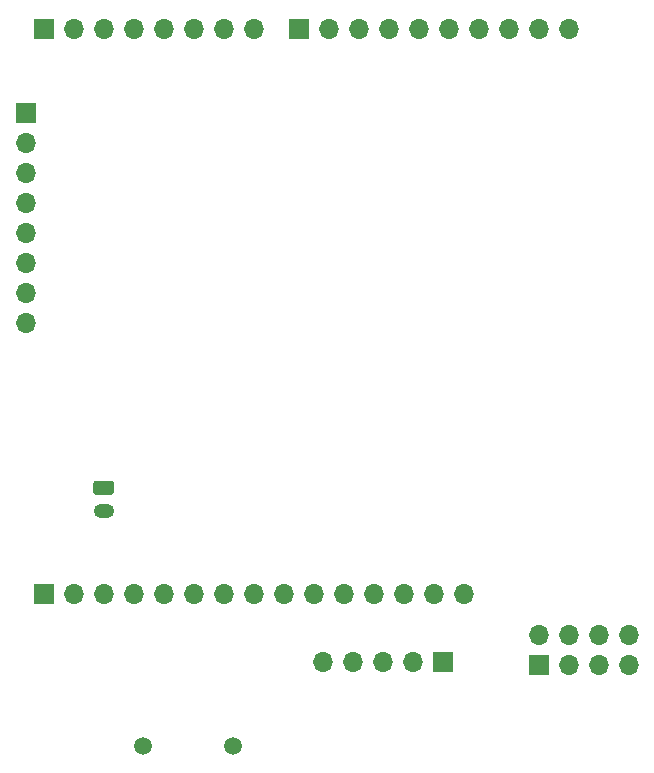
<source format=gbr>
G04 #@! TF.GenerationSoftware,KiCad,Pcbnew,(5.1.2-1)-1*
G04 #@! TF.CreationDate,2019-10-09T15:23:33+01:00*
G04 #@! TF.ProjectId,PixlVBoard,5069786c-5642-46f6-9172-642e6b696361,rev?*
G04 #@! TF.SameCoordinates,Original*
G04 #@! TF.FileFunction,Copper,L2,Bot*
G04 #@! TF.FilePolarity,Positive*
%FSLAX46Y46*%
G04 Gerber Fmt 4.6, Leading zero omitted, Abs format (unit mm)*
G04 Created by KiCad (PCBNEW (5.1.2-1)-1) date 2019-10-09 15:23:33*
%MOMM*%
%LPD*%
G04 APERTURE LIST*
%ADD10C,1.508000*%
%ADD11O,1.700000X1.700000*%
%ADD12R,1.700000X1.700000*%
%ADD13O,1.750000X1.200000*%
%ADD14C,0.150000*%
%ADD15C,1.200000*%
G04 APERTURE END LIST*
D10*
X183124000Y-127609600D03*
X175524000Y-127609600D03*
D11*
X165608000Y-91795600D03*
X165608000Y-89255600D03*
X165608000Y-86715600D03*
X165608000Y-84175600D03*
X165608000Y-81635600D03*
X165608000Y-79095600D03*
X165608000Y-76555600D03*
D12*
X165608000Y-74015600D03*
D11*
X190754000Y-120497600D03*
X193294000Y-120497600D03*
X195834000Y-120497600D03*
X198374000Y-120497600D03*
D12*
X200914000Y-120497600D03*
X209042000Y-120751600D03*
D11*
X209042000Y-118211600D03*
X211582000Y-120751600D03*
X211582000Y-118211600D03*
X214122000Y-120751600D03*
X214122000Y-118211600D03*
X216662000Y-120751600D03*
X216662000Y-118211600D03*
X202692000Y-114808000D03*
X200152000Y-114808000D03*
X197612000Y-114808000D03*
X195072000Y-114808000D03*
X192532000Y-114808000D03*
X189992000Y-114808000D03*
X187452000Y-114808000D03*
X184912000Y-114808000D03*
X182372000Y-114808000D03*
X179832000Y-114808000D03*
X177292000Y-114808000D03*
X174752000Y-114808000D03*
X172212000Y-114808000D03*
X169672000Y-114808000D03*
D12*
X167132000Y-114808000D03*
D13*
X172212000Y-107765600D03*
D14*
G36*
X172861505Y-105166804D02*
G01*
X172885773Y-105170404D01*
X172909572Y-105176365D01*
X172932671Y-105184630D01*
X172954850Y-105195120D01*
X172975893Y-105207732D01*
X172995599Y-105222347D01*
X173013777Y-105238823D01*
X173030253Y-105257001D01*
X173044868Y-105276707D01*
X173057480Y-105297750D01*
X173067970Y-105319929D01*
X173076235Y-105343028D01*
X173082196Y-105366827D01*
X173085796Y-105391095D01*
X173087000Y-105415599D01*
X173087000Y-106115601D01*
X173085796Y-106140105D01*
X173082196Y-106164373D01*
X173076235Y-106188172D01*
X173067970Y-106211271D01*
X173057480Y-106233450D01*
X173044868Y-106254493D01*
X173030253Y-106274199D01*
X173013777Y-106292377D01*
X172995599Y-106308853D01*
X172975893Y-106323468D01*
X172954850Y-106336080D01*
X172932671Y-106346570D01*
X172909572Y-106354835D01*
X172885773Y-106360796D01*
X172861505Y-106364396D01*
X172837001Y-106365600D01*
X171586999Y-106365600D01*
X171562495Y-106364396D01*
X171538227Y-106360796D01*
X171514428Y-106354835D01*
X171491329Y-106346570D01*
X171469150Y-106336080D01*
X171448107Y-106323468D01*
X171428401Y-106308853D01*
X171410223Y-106292377D01*
X171393747Y-106274199D01*
X171379132Y-106254493D01*
X171366520Y-106233450D01*
X171356030Y-106211271D01*
X171347765Y-106188172D01*
X171341804Y-106164373D01*
X171338204Y-106140105D01*
X171337000Y-106115601D01*
X171337000Y-105415599D01*
X171338204Y-105391095D01*
X171341804Y-105366827D01*
X171347765Y-105343028D01*
X171356030Y-105319929D01*
X171366520Y-105297750D01*
X171379132Y-105276707D01*
X171393747Y-105257001D01*
X171410223Y-105238823D01*
X171428401Y-105222347D01*
X171448107Y-105207732D01*
X171469150Y-105195120D01*
X171491329Y-105184630D01*
X171514428Y-105176365D01*
X171538227Y-105170404D01*
X171562495Y-105166804D01*
X171586999Y-105165600D01*
X172837001Y-105165600D01*
X172861505Y-105166804D01*
X172861505Y-105166804D01*
G37*
D15*
X172212000Y-105765600D03*
D12*
X167132000Y-66903600D03*
D11*
X169672000Y-66903600D03*
X172212000Y-66903600D03*
X174752000Y-66903600D03*
X177292000Y-66903600D03*
X179832000Y-66903600D03*
X182372000Y-66903600D03*
X184912000Y-66903600D03*
X211582000Y-66903600D03*
X209042000Y-66903600D03*
X206502000Y-66903600D03*
X203962000Y-66903600D03*
X201422000Y-66903600D03*
X198882000Y-66903600D03*
X196342000Y-66903600D03*
X193802000Y-66903600D03*
X191262000Y-66903600D03*
D12*
X188722000Y-66903600D03*
M02*

</source>
